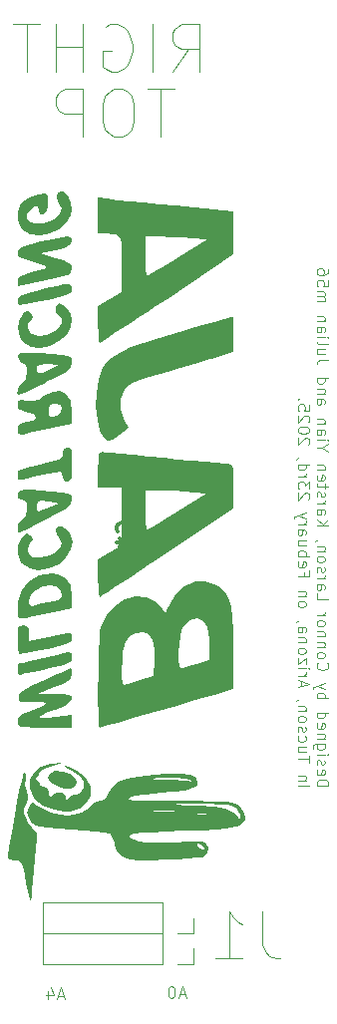
<source format=gbr>
%TF.GenerationSoftware,KiCad,Pcbnew,8.0.6*%
%TF.CreationDate,2025-02-23T20:14:06-07:00*%
%TF.ProjectId,Dash Indicators (Right),44617368-2049-46e6-9469-6361746f7273,rev?*%
%TF.SameCoordinates,Original*%
%TF.FileFunction,Legend,Bot*%
%TF.FilePolarity,Positive*%
%FSLAX46Y46*%
G04 Gerber Fmt 4.6, Leading zero omitted, Abs format (unit mm)*
G04 Created by KiCad (PCBNEW 8.0.6) date 2025-02-23 20:14:06*
%MOMM*%
%LPD*%
G01*
G04 APERTURE LIST*
%ADD10C,0.100000*%
%ADD11C,0.300000*%
%ADD12C,0.120000*%
%ADD13C,0.000000*%
G04 APERTURE END LIST*
D10*
X97596115Y-30905276D02*
X98929449Y-29000514D01*
X99881830Y-30905276D02*
X99881830Y-26905276D01*
X99881830Y-26905276D02*
X98358020Y-26905276D01*
X98358020Y-26905276D02*
X97977068Y-27095752D01*
X97977068Y-27095752D02*
X97786591Y-27286228D01*
X97786591Y-27286228D02*
X97596115Y-27667180D01*
X97596115Y-27667180D02*
X97596115Y-28238609D01*
X97596115Y-28238609D02*
X97786591Y-28619561D01*
X97786591Y-28619561D02*
X97977068Y-28810038D01*
X97977068Y-28810038D02*
X98358020Y-29000514D01*
X98358020Y-29000514D02*
X99881830Y-29000514D01*
X95881830Y-30905276D02*
X95881830Y-26905276D01*
X91881829Y-27095752D02*
X92262782Y-26905276D01*
X92262782Y-26905276D02*
X92834210Y-26905276D01*
X92834210Y-26905276D02*
X93405639Y-27095752D01*
X93405639Y-27095752D02*
X93786591Y-27476704D01*
X93786591Y-27476704D02*
X93977068Y-27857657D01*
X93977068Y-27857657D02*
X94167544Y-28619561D01*
X94167544Y-28619561D02*
X94167544Y-29190990D01*
X94167544Y-29190990D02*
X93977068Y-29952895D01*
X93977068Y-29952895D02*
X93786591Y-30333847D01*
X93786591Y-30333847D02*
X93405639Y-30714800D01*
X93405639Y-30714800D02*
X92834210Y-30905276D01*
X92834210Y-30905276D02*
X92453258Y-30905276D01*
X92453258Y-30905276D02*
X91881829Y-30714800D01*
X91881829Y-30714800D02*
X91691353Y-30524323D01*
X91691353Y-30524323D02*
X91691353Y-29190990D01*
X91691353Y-29190990D02*
X92453258Y-29190990D01*
X89977068Y-30905276D02*
X89977068Y-26905276D01*
X89977068Y-28810038D02*
X87691353Y-28810038D01*
X87691353Y-30905276D02*
X87691353Y-26905276D01*
X86358020Y-26905276D02*
X84072306Y-26905276D01*
X85215163Y-30905276D02*
X85215163Y-26905276D01*
X105238972Y-102205276D02*
X105238972Y-105062419D01*
X105238972Y-105062419D02*
X105429449Y-105633847D01*
X105429449Y-105633847D02*
X105810401Y-106014800D01*
X105810401Y-106014800D02*
X106381830Y-106205276D01*
X106381830Y-106205276D02*
X106762782Y-106205276D01*
X101238972Y-106205276D02*
X103524687Y-106205276D01*
X102381830Y-106205276D02*
X102381830Y-102205276D01*
X102381830Y-102205276D02*
X102762782Y-102776704D01*
X102762782Y-102776704D02*
X103143734Y-103157657D01*
X103143734Y-103157657D02*
X103524687Y-103348133D01*
X98643734Y-109286704D02*
X98167544Y-109286704D01*
X98738972Y-109572419D02*
X98405639Y-108572419D01*
X98405639Y-108572419D02*
X98072306Y-109572419D01*
X97548496Y-108572419D02*
X97453258Y-108572419D01*
X97453258Y-108572419D02*
X97358020Y-108620038D01*
X97358020Y-108620038D02*
X97310401Y-108667657D01*
X97310401Y-108667657D02*
X97262782Y-108762895D01*
X97262782Y-108762895D02*
X97215163Y-108953371D01*
X97215163Y-108953371D02*
X97215163Y-109191466D01*
X97215163Y-109191466D02*
X97262782Y-109381942D01*
X97262782Y-109381942D02*
X97310401Y-109477180D01*
X97310401Y-109477180D02*
X97358020Y-109524800D01*
X97358020Y-109524800D02*
X97453258Y-109572419D01*
X97453258Y-109572419D02*
X97548496Y-109572419D01*
X97548496Y-109572419D02*
X97643734Y-109524800D01*
X97643734Y-109524800D02*
X97691353Y-109477180D01*
X97691353Y-109477180D02*
X97738972Y-109381942D01*
X97738972Y-109381942D02*
X97786591Y-109191466D01*
X97786591Y-109191466D02*
X97786591Y-108953371D01*
X97786591Y-108953371D02*
X97738972Y-108762895D01*
X97738972Y-108762895D02*
X97691353Y-108667657D01*
X97691353Y-108667657D02*
X97643734Y-108620038D01*
X97643734Y-108620038D02*
X97548496Y-108572419D01*
X97753258Y-32405276D02*
X95467544Y-32405276D01*
X96610401Y-36405276D02*
X96610401Y-32405276D01*
X93372306Y-32405276D02*
X92610401Y-32405276D01*
X92610401Y-32405276D02*
X92229449Y-32595752D01*
X92229449Y-32595752D02*
X91848496Y-32976704D01*
X91848496Y-32976704D02*
X91658020Y-33738609D01*
X91658020Y-33738609D02*
X91658020Y-35071942D01*
X91658020Y-35071942D02*
X91848496Y-35833847D01*
X91848496Y-35833847D02*
X92229449Y-36214800D01*
X92229449Y-36214800D02*
X92610401Y-36405276D01*
X92610401Y-36405276D02*
X93372306Y-36405276D01*
X93372306Y-36405276D02*
X93753258Y-36214800D01*
X93753258Y-36214800D02*
X94134211Y-35833847D01*
X94134211Y-35833847D02*
X94324687Y-35071942D01*
X94324687Y-35071942D02*
X94324687Y-33738609D01*
X94324687Y-33738609D02*
X94134211Y-32976704D01*
X94134211Y-32976704D02*
X93753258Y-32595752D01*
X93753258Y-32595752D02*
X93372306Y-32405276D01*
X89943735Y-36405276D02*
X89943735Y-32405276D01*
X89943735Y-32405276D02*
X88419925Y-32405276D01*
X88419925Y-32405276D02*
X88038973Y-32595752D01*
X88038973Y-32595752D02*
X87848496Y-32786228D01*
X87848496Y-32786228D02*
X87658020Y-33167180D01*
X87658020Y-33167180D02*
X87658020Y-33738609D01*
X87658020Y-33738609D02*
X87848496Y-34119561D01*
X87848496Y-34119561D02*
X88038973Y-34310038D01*
X88038973Y-34310038D02*
X88419925Y-34500514D01*
X88419925Y-34500514D02*
X89943735Y-34500514D01*
X88343734Y-109386704D02*
X87867544Y-109386704D01*
X88438972Y-109672419D02*
X88105639Y-108672419D01*
X88105639Y-108672419D02*
X87772306Y-109672419D01*
X87010401Y-109005752D02*
X87010401Y-109672419D01*
X87248496Y-108624800D02*
X87486591Y-109339085D01*
X87486591Y-109339085D02*
X86867544Y-109339085D01*
X109837524Y-91596115D02*
X110837524Y-91596115D01*
X110837524Y-91596115D02*
X110837524Y-91358020D01*
X110837524Y-91358020D02*
X110789905Y-91215163D01*
X110789905Y-91215163D02*
X110694667Y-91119925D01*
X110694667Y-91119925D02*
X110599429Y-91072306D01*
X110599429Y-91072306D02*
X110408953Y-91024687D01*
X110408953Y-91024687D02*
X110266096Y-91024687D01*
X110266096Y-91024687D02*
X110075620Y-91072306D01*
X110075620Y-91072306D02*
X109980382Y-91119925D01*
X109980382Y-91119925D02*
X109885144Y-91215163D01*
X109885144Y-91215163D02*
X109837524Y-91358020D01*
X109837524Y-91358020D02*
X109837524Y-91596115D01*
X109885144Y-90215163D02*
X109837524Y-90310401D01*
X109837524Y-90310401D02*
X109837524Y-90500877D01*
X109837524Y-90500877D02*
X109885144Y-90596115D01*
X109885144Y-90596115D02*
X109980382Y-90643734D01*
X109980382Y-90643734D02*
X110361334Y-90643734D01*
X110361334Y-90643734D02*
X110456572Y-90596115D01*
X110456572Y-90596115D02*
X110504191Y-90500877D01*
X110504191Y-90500877D02*
X110504191Y-90310401D01*
X110504191Y-90310401D02*
X110456572Y-90215163D01*
X110456572Y-90215163D02*
X110361334Y-90167544D01*
X110361334Y-90167544D02*
X110266096Y-90167544D01*
X110266096Y-90167544D02*
X110170858Y-90643734D01*
X109885144Y-89786591D02*
X109837524Y-89691353D01*
X109837524Y-89691353D02*
X109837524Y-89500877D01*
X109837524Y-89500877D02*
X109885144Y-89405639D01*
X109885144Y-89405639D02*
X109980382Y-89358020D01*
X109980382Y-89358020D02*
X110028001Y-89358020D01*
X110028001Y-89358020D02*
X110123239Y-89405639D01*
X110123239Y-89405639D02*
X110170858Y-89500877D01*
X110170858Y-89500877D02*
X110170858Y-89643734D01*
X110170858Y-89643734D02*
X110218477Y-89738972D01*
X110218477Y-89738972D02*
X110313715Y-89786591D01*
X110313715Y-89786591D02*
X110361334Y-89786591D01*
X110361334Y-89786591D02*
X110456572Y-89738972D01*
X110456572Y-89738972D02*
X110504191Y-89643734D01*
X110504191Y-89643734D02*
X110504191Y-89500877D01*
X110504191Y-89500877D02*
X110456572Y-89405639D01*
X109837524Y-88929448D02*
X110504191Y-88929448D01*
X110837524Y-88929448D02*
X110789905Y-88977067D01*
X110789905Y-88977067D02*
X110742286Y-88929448D01*
X110742286Y-88929448D02*
X110789905Y-88881829D01*
X110789905Y-88881829D02*
X110837524Y-88929448D01*
X110837524Y-88929448D02*
X110742286Y-88929448D01*
X110504191Y-88024687D02*
X109694667Y-88024687D01*
X109694667Y-88024687D02*
X109599429Y-88072306D01*
X109599429Y-88072306D02*
X109551810Y-88119925D01*
X109551810Y-88119925D02*
X109504191Y-88215163D01*
X109504191Y-88215163D02*
X109504191Y-88358020D01*
X109504191Y-88358020D02*
X109551810Y-88453258D01*
X109885144Y-88024687D02*
X109837524Y-88119925D01*
X109837524Y-88119925D02*
X109837524Y-88310401D01*
X109837524Y-88310401D02*
X109885144Y-88405639D01*
X109885144Y-88405639D02*
X109932763Y-88453258D01*
X109932763Y-88453258D02*
X110028001Y-88500877D01*
X110028001Y-88500877D02*
X110313715Y-88500877D01*
X110313715Y-88500877D02*
X110408953Y-88453258D01*
X110408953Y-88453258D02*
X110456572Y-88405639D01*
X110456572Y-88405639D02*
X110504191Y-88310401D01*
X110504191Y-88310401D02*
X110504191Y-88119925D01*
X110504191Y-88119925D02*
X110456572Y-88024687D01*
X110504191Y-87548496D02*
X109837524Y-87548496D01*
X110408953Y-87548496D02*
X110456572Y-87500877D01*
X110456572Y-87500877D02*
X110504191Y-87405639D01*
X110504191Y-87405639D02*
X110504191Y-87262782D01*
X110504191Y-87262782D02*
X110456572Y-87167544D01*
X110456572Y-87167544D02*
X110361334Y-87119925D01*
X110361334Y-87119925D02*
X109837524Y-87119925D01*
X109885144Y-86262782D02*
X109837524Y-86358020D01*
X109837524Y-86358020D02*
X109837524Y-86548496D01*
X109837524Y-86548496D02*
X109885144Y-86643734D01*
X109885144Y-86643734D02*
X109980382Y-86691353D01*
X109980382Y-86691353D02*
X110361334Y-86691353D01*
X110361334Y-86691353D02*
X110456572Y-86643734D01*
X110456572Y-86643734D02*
X110504191Y-86548496D01*
X110504191Y-86548496D02*
X110504191Y-86358020D01*
X110504191Y-86358020D02*
X110456572Y-86262782D01*
X110456572Y-86262782D02*
X110361334Y-86215163D01*
X110361334Y-86215163D02*
X110266096Y-86215163D01*
X110266096Y-86215163D02*
X110170858Y-86691353D01*
X109837524Y-85358020D02*
X110837524Y-85358020D01*
X109885144Y-85358020D02*
X109837524Y-85453258D01*
X109837524Y-85453258D02*
X109837524Y-85643734D01*
X109837524Y-85643734D02*
X109885144Y-85738972D01*
X109885144Y-85738972D02*
X109932763Y-85786591D01*
X109932763Y-85786591D02*
X110028001Y-85834210D01*
X110028001Y-85834210D02*
X110313715Y-85834210D01*
X110313715Y-85834210D02*
X110408953Y-85786591D01*
X110408953Y-85786591D02*
X110456572Y-85738972D01*
X110456572Y-85738972D02*
X110504191Y-85643734D01*
X110504191Y-85643734D02*
X110504191Y-85453258D01*
X110504191Y-85453258D02*
X110456572Y-85358020D01*
X109837524Y-84119924D02*
X110837524Y-84119924D01*
X110456572Y-84119924D02*
X110504191Y-84024686D01*
X110504191Y-84024686D02*
X110504191Y-83834210D01*
X110504191Y-83834210D02*
X110456572Y-83738972D01*
X110456572Y-83738972D02*
X110408953Y-83691353D01*
X110408953Y-83691353D02*
X110313715Y-83643734D01*
X110313715Y-83643734D02*
X110028001Y-83643734D01*
X110028001Y-83643734D02*
X109932763Y-83691353D01*
X109932763Y-83691353D02*
X109885144Y-83738972D01*
X109885144Y-83738972D02*
X109837524Y-83834210D01*
X109837524Y-83834210D02*
X109837524Y-84024686D01*
X109837524Y-84024686D02*
X109885144Y-84119924D01*
X110504191Y-83310400D02*
X109837524Y-83072305D01*
X110504191Y-82834210D02*
X109837524Y-83072305D01*
X109837524Y-83072305D02*
X109599429Y-83167543D01*
X109599429Y-83167543D02*
X109551810Y-83215162D01*
X109551810Y-83215162D02*
X109504191Y-83310400D01*
X109932763Y-81119924D02*
X109885144Y-81167543D01*
X109885144Y-81167543D02*
X109837524Y-81310400D01*
X109837524Y-81310400D02*
X109837524Y-81405638D01*
X109837524Y-81405638D02*
X109885144Y-81548495D01*
X109885144Y-81548495D02*
X109980382Y-81643733D01*
X109980382Y-81643733D02*
X110075620Y-81691352D01*
X110075620Y-81691352D02*
X110266096Y-81738971D01*
X110266096Y-81738971D02*
X110408953Y-81738971D01*
X110408953Y-81738971D02*
X110599429Y-81691352D01*
X110599429Y-81691352D02*
X110694667Y-81643733D01*
X110694667Y-81643733D02*
X110789905Y-81548495D01*
X110789905Y-81548495D02*
X110837524Y-81405638D01*
X110837524Y-81405638D02*
X110837524Y-81310400D01*
X110837524Y-81310400D02*
X110789905Y-81167543D01*
X110789905Y-81167543D02*
X110742286Y-81119924D01*
X109837524Y-80548495D02*
X109885144Y-80643733D01*
X109885144Y-80643733D02*
X109932763Y-80691352D01*
X109932763Y-80691352D02*
X110028001Y-80738971D01*
X110028001Y-80738971D02*
X110313715Y-80738971D01*
X110313715Y-80738971D02*
X110408953Y-80691352D01*
X110408953Y-80691352D02*
X110456572Y-80643733D01*
X110456572Y-80643733D02*
X110504191Y-80548495D01*
X110504191Y-80548495D02*
X110504191Y-80405638D01*
X110504191Y-80405638D02*
X110456572Y-80310400D01*
X110456572Y-80310400D02*
X110408953Y-80262781D01*
X110408953Y-80262781D02*
X110313715Y-80215162D01*
X110313715Y-80215162D02*
X110028001Y-80215162D01*
X110028001Y-80215162D02*
X109932763Y-80262781D01*
X109932763Y-80262781D02*
X109885144Y-80310400D01*
X109885144Y-80310400D02*
X109837524Y-80405638D01*
X109837524Y-80405638D02*
X109837524Y-80548495D01*
X110504191Y-79786590D02*
X109837524Y-79786590D01*
X110408953Y-79786590D02*
X110456572Y-79738971D01*
X110456572Y-79738971D02*
X110504191Y-79643733D01*
X110504191Y-79643733D02*
X110504191Y-79500876D01*
X110504191Y-79500876D02*
X110456572Y-79405638D01*
X110456572Y-79405638D02*
X110361334Y-79358019D01*
X110361334Y-79358019D02*
X109837524Y-79358019D01*
X110504191Y-78881828D02*
X109837524Y-78881828D01*
X110408953Y-78881828D02*
X110456572Y-78834209D01*
X110456572Y-78834209D02*
X110504191Y-78738971D01*
X110504191Y-78738971D02*
X110504191Y-78596114D01*
X110504191Y-78596114D02*
X110456572Y-78500876D01*
X110456572Y-78500876D02*
X110361334Y-78453257D01*
X110361334Y-78453257D02*
X109837524Y-78453257D01*
X109837524Y-77834209D02*
X109885144Y-77929447D01*
X109885144Y-77929447D02*
X109932763Y-77977066D01*
X109932763Y-77977066D02*
X110028001Y-78024685D01*
X110028001Y-78024685D02*
X110313715Y-78024685D01*
X110313715Y-78024685D02*
X110408953Y-77977066D01*
X110408953Y-77977066D02*
X110456572Y-77929447D01*
X110456572Y-77929447D02*
X110504191Y-77834209D01*
X110504191Y-77834209D02*
X110504191Y-77691352D01*
X110504191Y-77691352D02*
X110456572Y-77596114D01*
X110456572Y-77596114D02*
X110408953Y-77548495D01*
X110408953Y-77548495D02*
X110313715Y-77500876D01*
X110313715Y-77500876D02*
X110028001Y-77500876D01*
X110028001Y-77500876D02*
X109932763Y-77548495D01*
X109932763Y-77548495D02*
X109885144Y-77596114D01*
X109885144Y-77596114D02*
X109837524Y-77691352D01*
X109837524Y-77691352D02*
X109837524Y-77834209D01*
X109837524Y-77072304D02*
X110504191Y-77072304D01*
X110313715Y-77072304D02*
X110408953Y-77024685D01*
X110408953Y-77024685D02*
X110456572Y-76977066D01*
X110456572Y-76977066D02*
X110504191Y-76881828D01*
X110504191Y-76881828D02*
X110504191Y-76786590D01*
X109837524Y-75215161D02*
X109837524Y-75691351D01*
X109837524Y-75691351D02*
X110837524Y-75691351D01*
X109837524Y-74453256D02*
X110361334Y-74453256D01*
X110361334Y-74453256D02*
X110456572Y-74500875D01*
X110456572Y-74500875D02*
X110504191Y-74596113D01*
X110504191Y-74596113D02*
X110504191Y-74786589D01*
X110504191Y-74786589D02*
X110456572Y-74881827D01*
X109885144Y-74453256D02*
X109837524Y-74548494D01*
X109837524Y-74548494D02*
X109837524Y-74786589D01*
X109837524Y-74786589D02*
X109885144Y-74881827D01*
X109885144Y-74881827D02*
X109980382Y-74929446D01*
X109980382Y-74929446D02*
X110075620Y-74929446D01*
X110075620Y-74929446D02*
X110170858Y-74881827D01*
X110170858Y-74881827D02*
X110218477Y-74786589D01*
X110218477Y-74786589D02*
X110218477Y-74548494D01*
X110218477Y-74548494D02*
X110266096Y-74453256D01*
X109837524Y-73977065D02*
X110504191Y-73977065D01*
X110313715Y-73977065D02*
X110408953Y-73929446D01*
X110408953Y-73929446D02*
X110456572Y-73881827D01*
X110456572Y-73881827D02*
X110504191Y-73786589D01*
X110504191Y-73786589D02*
X110504191Y-73691351D01*
X109885144Y-73405636D02*
X109837524Y-73310398D01*
X109837524Y-73310398D02*
X109837524Y-73119922D01*
X109837524Y-73119922D02*
X109885144Y-73024684D01*
X109885144Y-73024684D02*
X109980382Y-72977065D01*
X109980382Y-72977065D02*
X110028001Y-72977065D01*
X110028001Y-72977065D02*
X110123239Y-73024684D01*
X110123239Y-73024684D02*
X110170858Y-73119922D01*
X110170858Y-73119922D02*
X110170858Y-73262779D01*
X110170858Y-73262779D02*
X110218477Y-73358017D01*
X110218477Y-73358017D02*
X110313715Y-73405636D01*
X110313715Y-73405636D02*
X110361334Y-73405636D01*
X110361334Y-73405636D02*
X110456572Y-73358017D01*
X110456572Y-73358017D02*
X110504191Y-73262779D01*
X110504191Y-73262779D02*
X110504191Y-73119922D01*
X110504191Y-73119922D02*
X110456572Y-73024684D01*
X109837524Y-72405636D02*
X109885144Y-72500874D01*
X109885144Y-72500874D02*
X109932763Y-72548493D01*
X109932763Y-72548493D02*
X110028001Y-72596112D01*
X110028001Y-72596112D02*
X110313715Y-72596112D01*
X110313715Y-72596112D02*
X110408953Y-72548493D01*
X110408953Y-72548493D02*
X110456572Y-72500874D01*
X110456572Y-72500874D02*
X110504191Y-72405636D01*
X110504191Y-72405636D02*
X110504191Y-72262779D01*
X110504191Y-72262779D02*
X110456572Y-72167541D01*
X110456572Y-72167541D02*
X110408953Y-72119922D01*
X110408953Y-72119922D02*
X110313715Y-72072303D01*
X110313715Y-72072303D02*
X110028001Y-72072303D01*
X110028001Y-72072303D02*
X109932763Y-72119922D01*
X109932763Y-72119922D02*
X109885144Y-72167541D01*
X109885144Y-72167541D02*
X109837524Y-72262779D01*
X109837524Y-72262779D02*
X109837524Y-72405636D01*
X110504191Y-71643731D02*
X109837524Y-71643731D01*
X110408953Y-71643731D02*
X110456572Y-71596112D01*
X110456572Y-71596112D02*
X110504191Y-71500874D01*
X110504191Y-71500874D02*
X110504191Y-71358017D01*
X110504191Y-71358017D02*
X110456572Y-71262779D01*
X110456572Y-71262779D02*
X110361334Y-71215160D01*
X110361334Y-71215160D02*
X109837524Y-71215160D01*
X109885144Y-70691350D02*
X109837524Y-70691350D01*
X109837524Y-70691350D02*
X109742286Y-70738969D01*
X109742286Y-70738969D02*
X109694667Y-70786588D01*
X109837524Y-69500874D02*
X110837524Y-69500874D01*
X109837524Y-68929446D02*
X110408953Y-69358017D01*
X110837524Y-68929446D02*
X110266096Y-69500874D01*
X109837524Y-68072303D02*
X110361334Y-68072303D01*
X110361334Y-68072303D02*
X110456572Y-68119922D01*
X110456572Y-68119922D02*
X110504191Y-68215160D01*
X110504191Y-68215160D02*
X110504191Y-68405636D01*
X110504191Y-68405636D02*
X110456572Y-68500874D01*
X109885144Y-68072303D02*
X109837524Y-68167541D01*
X109837524Y-68167541D02*
X109837524Y-68405636D01*
X109837524Y-68405636D02*
X109885144Y-68500874D01*
X109885144Y-68500874D02*
X109980382Y-68548493D01*
X109980382Y-68548493D02*
X110075620Y-68548493D01*
X110075620Y-68548493D02*
X110170858Y-68500874D01*
X110170858Y-68500874D02*
X110218477Y-68405636D01*
X110218477Y-68405636D02*
X110218477Y-68167541D01*
X110218477Y-68167541D02*
X110266096Y-68072303D01*
X109837524Y-67596112D02*
X110504191Y-67596112D01*
X110313715Y-67596112D02*
X110408953Y-67548493D01*
X110408953Y-67548493D02*
X110456572Y-67500874D01*
X110456572Y-67500874D02*
X110504191Y-67405636D01*
X110504191Y-67405636D02*
X110504191Y-67310398D01*
X109885144Y-67024683D02*
X109837524Y-66929445D01*
X109837524Y-66929445D02*
X109837524Y-66738969D01*
X109837524Y-66738969D02*
X109885144Y-66643731D01*
X109885144Y-66643731D02*
X109980382Y-66596112D01*
X109980382Y-66596112D02*
X110028001Y-66596112D01*
X110028001Y-66596112D02*
X110123239Y-66643731D01*
X110123239Y-66643731D02*
X110170858Y-66738969D01*
X110170858Y-66738969D02*
X110170858Y-66881826D01*
X110170858Y-66881826D02*
X110218477Y-66977064D01*
X110218477Y-66977064D02*
X110313715Y-67024683D01*
X110313715Y-67024683D02*
X110361334Y-67024683D01*
X110361334Y-67024683D02*
X110456572Y-66977064D01*
X110456572Y-66977064D02*
X110504191Y-66881826D01*
X110504191Y-66881826D02*
X110504191Y-66738969D01*
X110504191Y-66738969D02*
X110456572Y-66643731D01*
X110504191Y-66310397D02*
X110504191Y-65929445D01*
X110837524Y-66167540D02*
X109980382Y-66167540D01*
X109980382Y-66167540D02*
X109885144Y-66119921D01*
X109885144Y-66119921D02*
X109837524Y-66024683D01*
X109837524Y-66024683D02*
X109837524Y-65929445D01*
X109885144Y-65215159D02*
X109837524Y-65310397D01*
X109837524Y-65310397D02*
X109837524Y-65500873D01*
X109837524Y-65500873D02*
X109885144Y-65596111D01*
X109885144Y-65596111D02*
X109980382Y-65643730D01*
X109980382Y-65643730D02*
X110361334Y-65643730D01*
X110361334Y-65643730D02*
X110456572Y-65596111D01*
X110456572Y-65596111D02*
X110504191Y-65500873D01*
X110504191Y-65500873D02*
X110504191Y-65310397D01*
X110504191Y-65310397D02*
X110456572Y-65215159D01*
X110456572Y-65215159D02*
X110361334Y-65167540D01*
X110361334Y-65167540D02*
X110266096Y-65167540D01*
X110266096Y-65167540D02*
X110170858Y-65643730D01*
X110504191Y-64738968D02*
X109837524Y-64738968D01*
X110408953Y-64738968D02*
X110456572Y-64691349D01*
X110456572Y-64691349D02*
X110504191Y-64596111D01*
X110504191Y-64596111D02*
X110504191Y-64453254D01*
X110504191Y-64453254D02*
X110456572Y-64358016D01*
X110456572Y-64358016D02*
X110361334Y-64310397D01*
X110361334Y-64310397D02*
X109837524Y-64310397D01*
X110313715Y-62881825D02*
X109837524Y-62881825D01*
X110837524Y-63215158D02*
X110313715Y-62881825D01*
X110313715Y-62881825D02*
X110837524Y-62548492D01*
X109837524Y-62215158D02*
X110504191Y-62215158D01*
X110837524Y-62215158D02*
X110789905Y-62262777D01*
X110789905Y-62262777D02*
X110742286Y-62215158D01*
X110742286Y-62215158D02*
X110789905Y-62167539D01*
X110789905Y-62167539D02*
X110837524Y-62215158D01*
X110837524Y-62215158D02*
X110742286Y-62215158D01*
X109837524Y-61310397D02*
X110361334Y-61310397D01*
X110361334Y-61310397D02*
X110456572Y-61358016D01*
X110456572Y-61358016D02*
X110504191Y-61453254D01*
X110504191Y-61453254D02*
X110504191Y-61643730D01*
X110504191Y-61643730D02*
X110456572Y-61738968D01*
X109885144Y-61310397D02*
X109837524Y-61405635D01*
X109837524Y-61405635D02*
X109837524Y-61643730D01*
X109837524Y-61643730D02*
X109885144Y-61738968D01*
X109885144Y-61738968D02*
X109980382Y-61786587D01*
X109980382Y-61786587D02*
X110075620Y-61786587D01*
X110075620Y-61786587D02*
X110170858Y-61738968D01*
X110170858Y-61738968D02*
X110218477Y-61643730D01*
X110218477Y-61643730D02*
X110218477Y-61405635D01*
X110218477Y-61405635D02*
X110266096Y-61310397D01*
X110504191Y-60834206D02*
X109837524Y-60834206D01*
X110408953Y-60834206D02*
X110456572Y-60786587D01*
X110456572Y-60786587D02*
X110504191Y-60691349D01*
X110504191Y-60691349D02*
X110504191Y-60548492D01*
X110504191Y-60548492D02*
X110456572Y-60453254D01*
X110456572Y-60453254D02*
X110361334Y-60405635D01*
X110361334Y-60405635D02*
X109837524Y-60405635D01*
X109837524Y-58738968D02*
X110361334Y-58738968D01*
X110361334Y-58738968D02*
X110456572Y-58786587D01*
X110456572Y-58786587D02*
X110504191Y-58881825D01*
X110504191Y-58881825D02*
X110504191Y-59072301D01*
X110504191Y-59072301D02*
X110456572Y-59167539D01*
X109885144Y-58738968D02*
X109837524Y-58834206D01*
X109837524Y-58834206D02*
X109837524Y-59072301D01*
X109837524Y-59072301D02*
X109885144Y-59167539D01*
X109885144Y-59167539D02*
X109980382Y-59215158D01*
X109980382Y-59215158D02*
X110075620Y-59215158D01*
X110075620Y-59215158D02*
X110170858Y-59167539D01*
X110170858Y-59167539D02*
X110218477Y-59072301D01*
X110218477Y-59072301D02*
X110218477Y-58834206D01*
X110218477Y-58834206D02*
X110266096Y-58738968D01*
X110504191Y-58262777D02*
X109837524Y-58262777D01*
X110408953Y-58262777D02*
X110456572Y-58215158D01*
X110456572Y-58215158D02*
X110504191Y-58119920D01*
X110504191Y-58119920D02*
X110504191Y-57977063D01*
X110504191Y-57977063D02*
X110456572Y-57881825D01*
X110456572Y-57881825D02*
X110361334Y-57834206D01*
X110361334Y-57834206D02*
X109837524Y-57834206D01*
X109837524Y-56929444D02*
X110837524Y-56929444D01*
X109885144Y-56929444D02*
X109837524Y-57024682D01*
X109837524Y-57024682D02*
X109837524Y-57215158D01*
X109837524Y-57215158D02*
X109885144Y-57310396D01*
X109885144Y-57310396D02*
X109932763Y-57358015D01*
X109932763Y-57358015D02*
X110028001Y-57405634D01*
X110028001Y-57405634D02*
X110313715Y-57405634D01*
X110313715Y-57405634D02*
X110408953Y-57358015D01*
X110408953Y-57358015D02*
X110456572Y-57310396D01*
X110456572Y-57310396D02*
X110504191Y-57215158D01*
X110504191Y-57215158D02*
X110504191Y-57024682D01*
X110504191Y-57024682D02*
X110456572Y-56929444D01*
X110837524Y-55405634D02*
X110123239Y-55405634D01*
X110123239Y-55405634D02*
X109980382Y-55453253D01*
X109980382Y-55453253D02*
X109885144Y-55548491D01*
X109885144Y-55548491D02*
X109837524Y-55691348D01*
X109837524Y-55691348D02*
X109837524Y-55786586D01*
X110504191Y-54500872D02*
X109837524Y-54500872D01*
X110504191Y-54929443D02*
X109980382Y-54929443D01*
X109980382Y-54929443D02*
X109885144Y-54881824D01*
X109885144Y-54881824D02*
X109837524Y-54786586D01*
X109837524Y-54786586D02*
X109837524Y-54643729D01*
X109837524Y-54643729D02*
X109885144Y-54548491D01*
X109885144Y-54548491D02*
X109932763Y-54500872D01*
X109837524Y-53881824D02*
X109885144Y-53977062D01*
X109885144Y-53977062D02*
X109980382Y-54024681D01*
X109980382Y-54024681D02*
X110837524Y-54024681D01*
X109837524Y-53500871D02*
X110504191Y-53500871D01*
X110837524Y-53500871D02*
X110789905Y-53548490D01*
X110789905Y-53548490D02*
X110742286Y-53500871D01*
X110742286Y-53500871D02*
X110789905Y-53453252D01*
X110789905Y-53453252D02*
X110837524Y-53500871D01*
X110837524Y-53500871D02*
X110742286Y-53500871D01*
X109837524Y-52596110D02*
X110361334Y-52596110D01*
X110361334Y-52596110D02*
X110456572Y-52643729D01*
X110456572Y-52643729D02*
X110504191Y-52738967D01*
X110504191Y-52738967D02*
X110504191Y-52929443D01*
X110504191Y-52929443D02*
X110456572Y-53024681D01*
X109885144Y-52596110D02*
X109837524Y-52691348D01*
X109837524Y-52691348D02*
X109837524Y-52929443D01*
X109837524Y-52929443D02*
X109885144Y-53024681D01*
X109885144Y-53024681D02*
X109980382Y-53072300D01*
X109980382Y-53072300D02*
X110075620Y-53072300D01*
X110075620Y-53072300D02*
X110170858Y-53024681D01*
X110170858Y-53024681D02*
X110218477Y-52929443D01*
X110218477Y-52929443D02*
X110218477Y-52691348D01*
X110218477Y-52691348D02*
X110266096Y-52596110D01*
X110504191Y-52119919D02*
X109837524Y-52119919D01*
X110408953Y-52119919D02*
X110456572Y-52072300D01*
X110456572Y-52072300D02*
X110504191Y-51977062D01*
X110504191Y-51977062D02*
X110504191Y-51834205D01*
X110504191Y-51834205D02*
X110456572Y-51738967D01*
X110456572Y-51738967D02*
X110361334Y-51691348D01*
X110361334Y-51691348D02*
X109837524Y-51691348D01*
X109837524Y-50453252D02*
X110504191Y-50453252D01*
X110408953Y-50453252D02*
X110456572Y-50405633D01*
X110456572Y-50405633D02*
X110504191Y-50310395D01*
X110504191Y-50310395D02*
X110504191Y-50167538D01*
X110504191Y-50167538D02*
X110456572Y-50072300D01*
X110456572Y-50072300D02*
X110361334Y-50024681D01*
X110361334Y-50024681D02*
X109837524Y-50024681D01*
X110361334Y-50024681D02*
X110456572Y-49977062D01*
X110456572Y-49977062D02*
X110504191Y-49881824D01*
X110504191Y-49881824D02*
X110504191Y-49738967D01*
X110504191Y-49738967D02*
X110456572Y-49643728D01*
X110456572Y-49643728D02*
X110361334Y-49596109D01*
X110361334Y-49596109D02*
X109837524Y-49596109D01*
X110837524Y-48643729D02*
X110837524Y-49119919D01*
X110837524Y-49119919D02*
X110361334Y-49167538D01*
X110361334Y-49167538D02*
X110408953Y-49119919D01*
X110408953Y-49119919D02*
X110456572Y-49024681D01*
X110456572Y-49024681D02*
X110456572Y-48786586D01*
X110456572Y-48786586D02*
X110408953Y-48691348D01*
X110408953Y-48691348D02*
X110361334Y-48643729D01*
X110361334Y-48643729D02*
X110266096Y-48596110D01*
X110266096Y-48596110D02*
X110028001Y-48596110D01*
X110028001Y-48596110D02*
X109932763Y-48643729D01*
X109932763Y-48643729D02*
X109885144Y-48691348D01*
X109885144Y-48691348D02*
X109837524Y-48786586D01*
X109837524Y-48786586D02*
X109837524Y-49024681D01*
X109837524Y-49024681D02*
X109885144Y-49119919D01*
X109885144Y-49119919D02*
X109932763Y-49167538D01*
X110837524Y-47738967D02*
X110837524Y-47929443D01*
X110837524Y-47929443D02*
X110789905Y-48024681D01*
X110789905Y-48024681D02*
X110742286Y-48072300D01*
X110742286Y-48072300D02*
X110599429Y-48167538D01*
X110599429Y-48167538D02*
X110408953Y-48215157D01*
X110408953Y-48215157D02*
X110028001Y-48215157D01*
X110028001Y-48215157D02*
X109932763Y-48167538D01*
X109932763Y-48167538D02*
X109885144Y-48119919D01*
X109885144Y-48119919D02*
X109837524Y-48024681D01*
X109837524Y-48024681D02*
X109837524Y-47834205D01*
X109837524Y-47834205D02*
X109885144Y-47738967D01*
X109885144Y-47738967D02*
X109932763Y-47691348D01*
X109932763Y-47691348D02*
X110028001Y-47643729D01*
X110028001Y-47643729D02*
X110266096Y-47643729D01*
X110266096Y-47643729D02*
X110361334Y-47691348D01*
X110361334Y-47691348D02*
X110408953Y-47738967D01*
X110408953Y-47738967D02*
X110456572Y-47834205D01*
X110456572Y-47834205D02*
X110456572Y-48024681D01*
X110456572Y-48024681D02*
X110408953Y-48119919D01*
X110408953Y-48119919D02*
X110361334Y-48167538D01*
X110361334Y-48167538D02*
X110266096Y-48215157D01*
X108227580Y-91596115D02*
X109227580Y-91596115D01*
X108894247Y-91119925D02*
X108227580Y-91119925D01*
X108799009Y-91119925D02*
X108846628Y-91072306D01*
X108846628Y-91072306D02*
X108894247Y-90977068D01*
X108894247Y-90977068D02*
X108894247Y-90834211D01*
X108894247Y-90834211D02*
X108846628Y-90738973D01*
X108846628Y-90738973D02*
X108751390Y-90691354D01*
X108751390Y-90691354D02*
X108227580Y-90691354D01*
X109227580Y-89596115D02*
X109227580Y-89024687D01*
X108227580Y-89310401D02*
X109227580Y-89310401D01*
X108894247Y-88262782D02*
X108227580Y-88262782D01*
X108894247Y-88691353D02*
X108370438Y-88691353D01*
X108370438Y-88691353D02*
X108275200Y-88643734D01*
X108275200Y-88643734D02*
X108227580Y-88548496D01*
X108227580Y-88548496D02*
X108227580Y-88405639D01*
X108227580Y-88405639D02*
X108275200Y-88310401D01*
X108275200Y-88310401D02*
X108322819Y-88262782D01*
X108275200Y-87358020D02*
X108227580Y-87453258D01*
X108227580Y-87453258D02*
X108227580Y-87643734D01*
X108227580Y-87643734D02*
X108275200Y-87738972D01*
X108275200Y-87738972D02*
X108322819Y-87786591D01*
X108322819Y-87786591D02*
X108418057Y-87834210D01*
X108418057Y-87834210D02*
X108703771Y-87834210D01*
X108703771Y-87834210D02*
X108799009Y-87786591D01*
X108799009Y-87786591D02*
X108846628Y-87738972D01*
X108846628Y-87738972D02*
X108894247Y-87643734D01*
X108894247Y-87643734D02*
X108894247Y-87453258D01*
X108894247Y-87453258D02*
X108846628Y-87358020D01*
X108275200Y-86977067D02*
X108227580Y-86881829D01*
X108227580Y-86881829D02*
X108227580Y-86691353D01*
X108227580Y-86691353D02*
X108275200Y-86596115D01*
X108275200Y-86596115D02*
X108370438Y-86548496D01*
X108370438Y-86548496D02*
X108418057Y-86548496D01*
X108418057Y-86548496D02*
X108513295Y-86596115D01*
X108513295Y-86596115D02*
X108560914Y-86691353D01*
X108560914Y-86691353D02*
X108560914Y-86834210D01*
X108560914Y-86834210D02*
X108608533Y-86929448D01*
X108608533Y-86929448D02*
X108703771Y-86977067D01*
X108703771Y-86977067D02*
X108751390Y-86977067D01*
X108751390Y-86977067D02*
X108846628Y-86929448D01*
X108846628Y-86929448D02*
X108894247Y-86834210D01*
X108894247Y-86834210D02*
X108894247Y-86691353D01*
X108894247Y-86691353D02*
X108846628Y-86596115D01*
X108227580Y-85977067D02*
X108275200Y-86072305D01*
X108275200Y-86072305D02*
X108322819Y-86119924D01*
X108322819Y-86119924D02*
X108418057Y-86167543D01*
X108418057Y-86167543D02*
X108703771Y-86167543D01*
X108703771Y-86167543D02*
X108799009Y-86119924D01*
X108799009Y-86119924D02*
X108846628Y-86072305D01*
X108846628Y-86072305D02*
X108894247Y-85977067D01*
X108894247Y-85977067D02*
X108894247Y-85834210D01*
X108894247Y-85834210D02*
X108846628Y-85738972D01*
X108846628Y-85738972D02*
X108799009Y-85691353D01*
X108799009Y-85691353D02*
X108703771Y-85643734D01*
X108703771Y-85643734D02*
X108418057Y-85643734D01*
X108418057Y-85643734D02*
X108322819Y-85691353D01*
X108322819Y-85691353D02*
X108275200Y-85738972D01*
X108275200Y-85738972D02*
X108227580Y-85834210D01*
X108227580Y-85834210D02*
X108227580Y-85977067D01*
X108894247Y-85215162D02*
X108227580Y-85215162D01*
X108799009Y-85215162D02*
X108846628Y-85167543D01*
X108846628Y-85167543D02*
X108894247Y-85072305D01*
X108894247Y-85072305D02*
X108894247Y-84929448D01*
X108894247Y-84929448D02*
X108846628Y-84834210D01*
X108846628Y-84834210D02*
X108751390Y-84786591D01*
X108751390Y-84786591D02*
X108227580Y-84786591D01*
X108275200Y-84262781D02*
X108227580Y-84262781D01*
X108227580Y-84262781D02*
X108132342Y-84310400D01*
X108132342Y-84310400D02*
X108084723Y-84358019D01*
X108513295Y-83119924D02*
X108513295Y-82643734D01*
X108227580Y-83215162D02*
X109227580Y-82881829D01*
X109227580Y-82881829D02*
X108227580Y-82548496D01*
X108227580Y-82215162D02*
X108894247Y-82215162D01*
X108703771Y-82215162D02*
X108799009Y-82167543D01*
X108799009Y-82167543D02*
X108846628Y-82119924D01*
X108846628Y-82119924D02*
X108894247Y-82024686D01*
X108894247Y-82024686D02*
X108894247Y-81929448D01*
X108227580Y-81596114D02*
X108894247Y-81596114D01*
X109227580Y-81596114D02*
X109179961Y-81643733D01*
X109179961Y-81643733D02*
X109132342Y-81596114D01*
X109132342Y-81596114D02*
X109179961Y-81548495D01*
X109179961Y-81548495D02*
X109227580Y-81596114D01*
X109227580Y-81596114D02*
X109132342Y-81596114D01*
X108894247Y-81215162D02*
X108894247Y-80691353D01*
X108894247Y-80691353D02*
X108227580Y-81215162D01*
X108227580Y-81215162D02*
X108227580Y-80691353D01*
X108227580Y-80167543D02*
X108275200Y-80262781D01*
X108275200Y-80262781D02*
X108322819Y-80310400D01*
X108322819Y-80310400D02*
X108418057Y-80358019D01*
X108418057Y-80358019D02*
X108703771Y-80358019D01*
X108703771Y-80358019D02*
X108799009Y-80310400D01*
X108799009Y-80310400D02*
X108846628Y-80262781D01*
X108846628Y-80262781D02*
X108894247Y-80167543D01*
X108894247Y-80167543D02*
X108894247Y-80024686D01*
X108894247Y-80024686D02*
X108846628Y-79929448D01*
X108846628Y-79929448D02*
X108799009Y-79881829D01*
X108799009Y-79881829D02*
X108703771Y-79834210D01*
X108703771Y-79834210D02*
X108418057Y-79834210D01*
X108418057Y-79834210D02*
X108322819Y-79881829D01*
X108322819Y-79881829D02*
X108275200Y-79929448D01*
X108275200Y-79929448D02*
X108227580Y-80024686D01*
X108227580Y-80024686D02*
X108227580Y-80167543D01*
X108894247Y-79405638D02*
X108227580Y-79405638D01*
X108799009Y-79405638D02*
X108846628Y-79358019D01*
X108846628Y-79358019D02*
X108894247Y-79262781D01*
X108894247Y-79262781D02*
X108894247Y-79119924D01*
X108894247Y-79119924D02*
X108846628Y-79024686D01*
X108846628Y-79024686D02*
X108751390Y-78977067D01*
X108751390Y-78977067D02*
X108227580Y-78977067D01*
X108227580Y-78072305D02*
X108751390Y-78072305D01*
X108751390Y-78072305D02*
X108846628Y-78119924D01*
X108846628Y-78119924D02*
X108894247Y-78215162D01*
X108894247Y-78215162D02*
X108894247Y-78405638D01*
X108894247Y-78405638D02*
X108846628Y-78500876D01*
X108275200Y-78072305D02*
X108227580Y-78167543D01*
X108227580Y-78167543D02*
X108227580Y-78405638D01*
X108227580Y-78405638D02*
X108275200Y-78500876D01*
X108275200Y-78500876D02*
X108370438Y-78548495D01*
X108370438Y-78548495D02*
X108465676Y-78548495D01*
X108465676Y-78548495D02*
X108560914Y-78500876D01*
X108560914Y-78500876D02*
X108608533Y-78405638D01*
X108608533Y-78405638D02*
X108608533Y-78167543D01*
X108608533Y-78167543D02*
X108656152Y-78072305D01*
X108275200Y-77548495D02*
X108227580Y-77548495D01*
X108227580Y-77548495D02*
X108132342Y-77596114D01*
X108132342Y-77596114D02*
X108084723Y-77643733D01*
X108227580Y-76215162D02*
X108275200Y-76310400D01*
X108275200Y-76310400D02*
X108322819Y-76358019D01*
X108322819Y-76358019D02*
X108418057Y-76405638D01*
X108418057Y-76405638D02*
X108703771Y-76405638D01*
X108703771Y-76405638D02*
X108799009Y-76358019D01*
X108799009Y-76358019D02*
X108846628Y-76310400D01*
X108846628Y-76310400D02*
X108894247Y-76215162D01*
X108894247Y-76215162D02*
X108894247Y-76072305D01*
X108894247Y-76072305D02*
X108846628Y-75977067D01*
X108846628Y-75977067D02*
X108799009Y-75929448D01*
X108799009Y-75929448D02*
X108703771Y-75881829D01*
X108703771Y-75881829D02*
X108418057Y-75881829D01*
X108418057Y-75881829D02*
X108322819Y-75929448D01*
X108322819Y-75929448D02*
X108275200Y-75977067D01*
X108275200Y-75977067D02*
X108227580Y-76072305D01*
X108227580Y-76072305D02*
X108227580Y-76215162D01*
X108894247Y-75453257D02*
X108227580Y-75453257D01*
X108799009Y-75453257D02*
X108846628Y-75405638D01*
X108846628Y-75405638D02*
X108894247Y-75310400D01*
X108894247Y-75310400D02*
X108894247Y-75167543D01*
X108894247Y-75167543D02*
X108846628Y-75072305D01*
X108846628Y-75072305D02*
X108751390Y-75024686D01*
X108751390Y-75024686D02*
X108227580Y-75024686D01*
X108751390Y-73453257D02*
X108751390Y-73786590D01*
X108227580Y-73786590D02*
X109227580Y-73786590D01*
X109227580Y-73786590D02*
X109227580Y-73310400D01*
X108275200Y-72548495D02*
X108227580Y-72643733D01*
X108227580Y-72643733D02*
X108227580Y-72834209D01*
X108227580Y-72834209D02*
X108275200Y-72929447D01*
X108275200Y-72929447D02*
X108370438Y-72977066D01*
X108370438Y-72977066D02*
X108751390Y-72977066D01*
X108751390Y-72977066D02*
X108846628Y-72929447D01*
X108846628Y-72929447D02*
X108894247Y-72834209D01*
X108894247Y-72834209D02*
X108894247Y-72643733D01*
X108894247Y-72643733D02*
X108846628Y-72548495D01*
X108846628Y-72548495D02*
X108751390Y-72500876D01*
X108751390Y-72500876D02*
X108656152Y-72500876D01*
X108656152Y-72500876D02*
X108560914Y-72977066D01*
X108227580Y-72072304D02*
X109227580Y-72072304D01*
X108846628Y-72072304D02*
X108894247Y-71977066D01*
X108894247Y-71977066D02*
X108894247Y-71786590D01*
X108894247Y-71786590D02*
X108846628Y-71691352D01*
X108846628Y-71691352D02*
X108799009Y-71643733D01*
X108799009Y-71643733D02*
X108703771Y-71596114D01*
X108703771Y-71596114D02*
X108418057Y-71596114D01*
X108418057Y-71596114D02*
X108322819Y-71643733D01*
X108322819Y-71643733D02*
X108275200Y-71691352D01*
X108275200Y-71691352D02*
X108227580Y-71786590D01*
X108227580Y-71786590D02*
X108227580Y-71977066D01*
X108227580Y-71977066D02*
X108275200Y-72072304D01*
X108894247Y-70738971D02*
X108227580Y-70738971D01*
X108894247Y-71167542D02*
X108370438Y-71167542D01*
X108370438Y-71167542D02*
X108275200Y-71119923D01*
X108275200Y-71119923D02*
X108227580Y-71024685D01*
X108227580Y-71024685D02*
X108227580Y-70881828D01*
X108227580Y-70881828D02*
X108275200Y-70786590D01*
X108275200Y-70786590D02*
X108322819Y-70738971D01*
X108227580Y-69834209D02*
X108751390Y-69834209D01*
X108751390Y-69834209D02*
X108846628Y-69881828D01*
X108846628Y-69881828D02*
X108894247Y-69977066D01*
X108894247Y-69977066D02*
X108894247Y-70167542D01*
X108894247Y-70167542D02*
X108846628Y-70262780D01*
X108275200Y-69834209D02*
X108227580Y-69929447D01*
X108227580Y-69929447D02*
X108227580Y-70167542D01*
X108227580Y-70167542D02*
X108275200Y-70262780D01*
X108275200Y-70262780D02*
X108370438Y-70310399D01*
X108370438Y-70310399D02*
X108465676Y-70310399D01*
X108465676Y-70310399D02*
X108560914Y-70262780D01*
X108560914Y-70262780D02*
X108608533Y-70167542D01*
X108608533Y-70167542D02*
X108608533Y-69929447D01*
X108608533Y-69929447D02*
X108656152Y-69834209D01*
X108227580Y-69358018D02*
X108894247Y-69358018D01*
X108703771Y-69358018D02*
X108799009Y-69310399D01*
X108799009Y-69310399D02*
X108846628Y-69262780D01*
X108846628Y-69262780D02*
X108894247Y-69167542D01*
X108894247Y-69167542D02*
X108894247Y-69072304D01*
X108894247Y-68834208D02*
X108227580Y-68596113D01*
X108894247Y-68358018D02*
X108227580Y-68596113D01*
X108227580Y-68596113D02*
X107989485Y-68691351D01*
X107989485Y-68691351D02*
X107941866Y-68738970D01*
X107941866Y-68738970D02*
X107894247Y-68834208D01*
X109132342Y-67262779D02*
X109179961Y-67215160D01*
X109179961Y-67215160D02*
X109227580Y-67119922D01*
X109227580Y-67119922D02*
X109227580Y-66881827D01*
X109227580Y-66881827D02*
X109179961Y-66786589D01*
X109179961Y-66786589D02*
X109132342Y-66738970D01*
X109132342Y-66738970D02*
X109037104Y-66691351D01*
X109037104Y-66691351D02*
X108941866Y-66691351D01*
X108941866Y-66691351D02*
X108799009Y-66738970D01*
X108799009Y-66738970D02*
X108227580Y-67310398D01*
X108227580Y-67310398D02*
X108227580Y-66691351D01*
X109227580Y-66358017D02*
X109227580Y-65738970D01*
X109227580Y-65738970D02*
X108846628Y-66072303D01*
X108846628Y-66072303D02*
X108846628Y-65929446D01*
X108846628Y-65929446D02*
X108799009Y-65834208D01*
X108799009Y-65834208D02*
X108751390Y-65786589D01*
X108751390Y-65786589D02*
X108656152Y-65738970D01*
X108656152Y-65738970D02*
X108418057Y-65738970D01*
X108418057Y-65738970D02*
X108322819Y-65786589D01*
X108322819Y-65786589D02*
X108275200Y-65834208D01*
X108275200Y-65834208D02*
X108227580Y-65929446D01*
X108227580Y-65929446D02*
X108227580Y-66215160D01*
X108227580Y-66215160D02*
X108275200Y-66310398D01*
X108275200Y-66310398D02*
X108322819Y-66358017D01*
X108227580Y-65310398D02*
X108894247Y-65310398D01*
X108703771Y-65310398D02*
X108799009Y-65262779D01*
X108799009Y-65262779D02*
X108846628Y-65215160D01*
X108846628Y-65215160D02*
X108894247Y-65119922D01*
X108894247Y-65119922D02*
X108894247Y-65024684D01*
X108227580Y-64262779D02*
X109227580Y-64262779D01*
X108275200Y-64262779D02*
X108227580Y-64358017D01*
X108227580Y-64358017D02*
X108227580Y-64548493D01*
X108227580Y-64548493D02*
X108275200Y-64643731D01*
X108275200Y-64643731D02*
X108322819Y-64691350D01*
X108322819Y-64691350D02*
X108418057Y-64738969D01*
X108418057Y-64738969D02*
X108703771Y-64738969D01*
X108703771Y-64738969D02*
X108799009Y-64691350D01*
X108799009Y-64691350D02*
X108846628Y-64643731D01*
X108846628Y-64643731D02*
X108894247Y-64548493D01*
X108894247Y-64548493D02*
X108894247Y-64358017D01*
X108894247Y-64358017D02*
X108846628Y-64262779D01*
X108275200Y-63738969D02*
X108227580Y-63738969D01*
X108227580Y-63738969D02*
X108132342Y-63786588D01*
X108132342Y-63786588D02*
X108084723Y-63834207D01*
X109132342Y-62596112D02*
X109179961Y-62548493D01*
X109179961Y-62548493D02*
X109227580Y-62453255D01*
X109227580Y-62453255D02*
X109227580Y-62215160D01*
X109227580Y-62215160D02*
X109179961Y-62119922D01*
X109179961Y-62119922D02*
X109132342Y-62072303D01*
X109132342Y-62072303D02*
X109037104Y-62024684D01*
X109037104Y-62024684D02*
X108941866Y-62024684D01*
X108941866Y-62024684D02*
X108799009Y-62072303D01*
X108799009Y-62072303D02*
X108227580Y-62643731D01*
X108227580Y-62643731D02*
X108227580Y-62024684D01*
X109227580Y-61405636D02*
X109227580Y-61310398D01*
X109227580Y-61310398D02*
X109179961Y-61215160D01*
X109179961Y-61215160D02*
X109132342Y-61167541D01*
X109132342Y-61167541D02*
X109037104Y-61119922D01*
X109037104Y-61119922D02*
X108846628Y-61072303D01*
X108846628Y-61072303D02*
X108608533Y-61072303D01*
X108608533Y-61072303D02*
X108418057Y-61119922D01*
X108418057Y-61119922D02*
X108322819Y-61167541D01*
X108322819Y-61167541D02*
X108275200Y-61215160D01*
X108275200Y-61215160D02*
X108227580Y-61310398D01*
X108227580Y-61310398D02*
X108227580Y-61405636D01*
X108227580Y-61405636D02*
X108275200Y-61500874D01*
X108275200Y-61500874D02*
X108322819Y-61548493D01*
X108322819Y-61548493D02*
X108418057Y-61596112D01*
X108418057Y-61596112D02*
X108608533Y-61643731D01*
X108608533Y-61643731D02*
X108846628Y-61643731D01*
X108846628Y-61643731D02*
X109037104Y-61596112D01*
X109037104Y-61596112D02*
X109132342Y-61548493D01*
X109132342Y-61548493D02*
X109179961Y-61500874D01*
X109179961Y-61500874D02*
X109227580Y-61405636D01*
X109132342Y-60691350D02*
X109179961Y-60643731D01*
X109179961Y-60643731D02*
X109227580Y-60548493D01*
X109227580Y-60548493D02*
X109227580Y-60310398D01*
X109227580Y-60310398D02*
X109179961Y-60215160D01*
X109179961Y-60215160D02*
X109132342Y-60167541D01*
X109132342Y-60167541D02*
X109037104Y-60119922D01*
X109037104Y-60119922D02*
X108941866Y-60119922D01*
X108941866Y-60119922D02*
X108799009Y-60167541D01*
X108799009Y-60167541D02*
X108227580Y-60738969D01*
X108227580Y-60738969D02*
X108227580Y-60119922D01*
X109227580Y-59215160D02*
X109227580Y-59691350D01*
X109227580Y-59691350D02*
X108751390Y-59738969D01*
X108751390Y-59738969D02*
X108799009Y-59691350D01*
X108799009Y-59691350D02*
X108846628Y-59596112D01*
X108846628Y-59596112D02*
X108846628Y-59358017D01*
X108846628Y-59358017D02*
X108799009Y-59262779D01*
X108799009Y-59262779D02*
X108751390Y-59215160D01*
X108751390Y-59215160D02*
X108656152Y-59167541D01*
X108656152Y-59167541D02*
X108418057Y-59167541D01*
X108418057Y-59167541D02*
X108322819Y-59215160D01*
X108322819Y-59215160D02*
X108275200Y-59262779D01*
X108275200Y-59262779D02*
X108227580Y-59358017D01*
X108227580Y-59358017D02*
X108227580Y-59596112D01*
X108227580Y-59596112D02*
X108275200Y-59691350D01*
X108275200Y-59691350D02*
X108322819Y-59738969D01*
X108322819Y-58738969D02*
X108275200Y-58691350D01*
X108275200Y-58691350D02*
X108227580Y-58738969D01*
X108227580Y-58738969D02*
X108275200Y-58786588D01*
X108275200Y-58786588D02*
X108322819Y-58738969D01*
X108322819Y-58738969D02*
X108227580Y-58738969D01*
D11*
X92949757Y-69978572D02*
X92878328Y-69835715D01*
X92878328Y-69835715D02*
X92878328Y-69621429D01*
X92878328Y-69621429D02*
X92949757Y-69407143D01*
X92949757Y-69407143D02*
X93092614Y-69264286D01*
X93092614Y-69264286D02*
X93235471Y-69192857D01*
X93235471Y-69192857D02*
X93521185Y-69121429D01*
X93521185Y-69121429D02*
X93735471Y-69121429D01*
X93735471Y-69121429D02*
X94021185Y-69192857D01*
X94021185Y-69192857D02*
X94164042Y-69264286D01*
X94164042Y-69264286D02*
X94306900Y-69407143D01*
X94306900Y-69407143D02*
X94378328Y-69621429D01*
X94378328Y-69621429D02*
X94378328Y-69764286D01*
X94378328Y-69764286D02*
X94306900Y-69978572D01*
X94306900Y-69978572D02*
X94235471Y-70050000D01*
X94235471Y-70050000D02*
X93735471Y-70050000D01*
X93735471Y-70050000D02*
X93735471Y-69764286D01*
X92878328Y-70907143D02*
X93235471Y-70907143D01*
X93092614Y-70550000D02*
X93235471Y-70907143D01*
X93235471Y-70907143D02*
X93092614Y-71264286D01*
X93521185Y-70692857D02*
X93235471Y-70907143D01*
X93235471Y-70907143D02*
X93521185Y-71121429D01*
X92878328Y-72050000D02*
X93235471Y-72050000D01*
X93092614Y-71692857D02*
X93235471Y-72050000D01*
X93235471Y-72050000D02*
X93092614Y-72407143D01*
X93521185Y-71835714D02*
X93235471Y-72050000D01*
X93235471Y-72050000D02*
X93521185Y-72264286D01*
X92878328Y-73192857D02*
X93235471Y-73192857D01*
X93092614Y-72835714D02*
X93235471Y-73192857D01*
X93235471Y-73192857D02*
X93092614Y-73550000D01*
X93521185Y-72978571D02*
X93235471Y-73192857D01*
X93235471Y-73192857D02*
X93521185Y-73407143D01*
D12*
%TO.C,J1-A1*%
X86550000Y-104050000D02*
X86550000Y-106710000D01*
X86550000Y-104050000D02*
X96770000Y-104050000D01*
X86550000Y-106710000D02*
X96770000Y-106710000D01*
X96770000Y-104050000D02*
X96770000Y-106710000D01*
X99370000Y-105380000D02*
X99370000Y-106710000D01*
X99370000Y-106710000D02*
X98040000Y-106710000D01*
%TO.C,J1-B1*%
X86550000Y-101470000D02*
X86550000Y-104130000D01*
X86550000Y-101470000D02*
X96770000Y-101470000D01*
X86550000Y-104130000D02*
X96770000Y-104130000D01*
X96770000Y-101470000D02*
X96770000Y-104130000D01*
X99370000Y-102800000D02*
X99370000Y-104130000D01*
X99370000Y-104130000D02*
X98040000Y-104130000D01*
D13*
%TO.C,G\u002A\u002A\u002A*%
G36*
X88255856Y-90336986D02*
G01*
X88839312Y-90547627D01*
X89287524Y-90873729D01*
X89466667Y-91250041D01*
X89359558Y-91556885D01*
X88972665Y-91777550D01*
X88397094Y-91795051D01*
X87731903Y-91589978D01*
X87293305Y-91302099D01*
X87049387Y-90914533D01*
X87139267Y-90563136D01*
X87572860Y-90326648D01*
X87670980Y-90307056D01*
X88255856Y-90336986D01*
G37*
G36*
X88979099Y-49019382D02*
G01*
X89052960Y-49156616D01*
X89063492Y-49380485D01*
X89063358Y-49399229D01*
X89023904Y-49606266D01*
X88866351Y-49768235D01*
X88521263Y-49915525D01*
X87919199Y-50078526D01*
X86990722Y-50287628D01*
X86345846Y-50425075D01*
X85548666Y-50586711D01*
X84954450Y-50697183D01*
X84658447Y-50738095D01*
X84509823Y-50652320D01*
X84463361Y-50299313D01*
X84508006Y-50143661D01*
X84671956Y-49962671D01*
X85018388Y-49799198D01*
X85618540Y-49622508D01*
X86543651Y-49401870D01*
X86782511Y-49347542D01*
X87743616Y-49132861D01*
X88387820Y-49006966D01*
X88778517Y-48969319D01*
X88979099Y-49019382D01*
G37*
G36*
X88997507Y-80283285D02*
G01*
X89063492Y-80643677D01*
X89063308Y-80673272D01*
X89029733Y-80899225D01*
X88888204Y-81068671D01*
X88566932Y-81215805D01*
X87994132Y-81374821D01*
X87098016Y-81579915D01*
X86566741Y-81698298D01*
X85751613Y-81882947D01*
X85121079Y-82029554D01*
X84779762Y-82114016D01*
X84727429Y-82126964D01*
X84491503Y-82067675D01*
X84426985Y-81695331D01*
X84453209Y-81351137D01*
X84529912Y-81177778D01*
X84561770Y-81174398D01*
X84893541Y-81111705D01*
X85485497Y-80987444D01*
X86233713Y-80824679D01*
X87034267Y-80646476D01*
X87783234Y-80475899D01*
X88376692Y-80336013D01*
X88710715Y-80249884D01*
X88755748Y-80237407D01*
X88997507Y-80283285D01*
G37*
G36*
X85211198Y-77980235D02*
G01*
X85393796Y-78166200D01*
X85434921Y-78632080D01*
X85434921Y-79311779D01*
X86997223Y-78941346D01*
X87452770Y-78833973D01*
X88217835Y-78665235D01*
X88691988Y-78596415D01*
X88944681Y-78629948D01*
X89045365Y-78768270D01*
X89063492Y-79013818D01*
X89063358Y-79032563D01*
X89023904Y-79239599D01*
X88866351Y-79401568D01*
X88521263Y-79548858D01*
X87919199Y-79711859D01*
X86990722Y-79920961D01*
X86344609Y-80058808D01*
X85551184Y-80220249D01*
X84962314Y-80330574D01*
X84672468Y-80371429D01*
X84579565Y-80319312D01*
X84464761Y-79933253D01*
X84426985Y-79161905D01*
X84426996Y-79119510D01*
X84439115Y-78466885D01*
X84500850Y-78117935D01*
X84651647Y-77977991D01*
X84930953Y-77952381D01*
X85211198Y-77980235D01*
G37*
G36*
X88177707Y-69557369D02*
G01*
X88660318Y-69888889D01*
X88882803Y-70168906D01*
X89088323Y-70827645D01*
X88971672Y-71524351D01*
X88569222Y-72186097D01*
X87917342Y-72739956D01*
X87052403Y-73112998D01*
X86193218Y-73253125D01*
X85447494Y-73120074D01*
X84835739Y-72670659D01*
X84742705Y-72558517D01*
X84467753Y-71892131D01*
X84488503Y-71143021D01*
X84807054Y-70472125D01*
X84980555Y-70273468D01*
X85237031Y-70127996D01*
X85505144Y-70266692D01*
X85643361Y-70395048D01*
X85713623Y-70627042D01*
X85523676Y-70987702D01*
X85315969Y-71482677D01*
X85401877Y-71907469D01*
X85773779Y-72159991D01*
X86377463Y-72206272D01*
X87158715Y-72012336D01*
X87520150Y-71850455D01*
X88044764Y-71443995D01*
X88201535Y-70987663D01*
X87972932Y-70513728D01*
X87751449Y-70210163D01*
X87645528Y-69788676D01*
X87813529Y-69547522D01*
X88177707Y-69557369D01*
G37*
G36*
X88681794Y-62833503D02*
G01*
X88886643Y-62879971D01*
X89001717Y-63068793D01*
X89052255Y-63486828D01*
X89063492Y-64220933D01*
X89051875Y-64923338D01*
X88997685Y-65377871D01*
X88875594Y-65610204D01*
X88660318Y-65713966D01*
X88586057Y-65731274D01*
X88324319Y-65684996D01*
X88257143Y-65334302D01*
X88221204Y-65021914D01*
X88105953Y-64852186D01*
X87996904Y-64866148D01*
X87653810Y-64933369D01*
X87049102Y-65064846D01*
X86139207Y-65270124D01*
X84880556Y-65558747D01*
X84761374Y-65582355D01*
X84492026Y-65528148D01*
X84426985Y-65175664D01*
X84431561Y-65059722D01*
X84507058Y-64842849D01*
X84738316Y-64680762D01*
X85205627Y-64531104D01*
X85989286Y-64351518D01*
X86889063Y-64155894D01*
X87560360Y-63995508D01*
X87965771Y-63862483D01*
X88172342Y-63726433D01*
X88247117Y-63556973D01*
X88257143Y-63323717D01*
X88341103Y-62955070D01*
X88660318Y-62833334D01*
X88681794Y-62833503D01*
G37*
G36*
X88316173Y-50713591D02*
G01*
X88671827Y-51068861D01*
X88950695Y-51552037D01*
X89063492Y-52056367D01*
X88976711Y-52592144D01*
X88583949Y-53284535D01*
X87956741Y-53838422D01*
X87186004Y-54213951D01*
X86362655Y-54371269D01*
X85577611Y-54270524D01*
X84921790Y-53871862D01*
X84610545Y-53457451D01*
X84439995Y-52715769D01*
X84655877Y-51867401D01*
X84682679Y-51810552D01*
X85008914Y-51363515D01*
X85346782Y-51271361D01*
X85640526Y-51551952D01*
X85738755Y-51804630D01*
X85657185Y-51947619D01*
X85531309Y-51992369D01*
X85355976Y-52287699D01*
X85314926Y-52706125D01*
X85442950Y-53066023D01*
X85645709Y-53223120D01*
X86209202Y-53345577D01*
X86905258Y-53254921D01*
X87601985Y-52957765D01*
X87913324Y-52718678D01*
X88211530Y-52286619D01*
X88234211Y-51885813D01*
X87954762Y-51617344D01*
X87707680Y-51348534D01*
X87671149Y-50944389D01*
X87868892Y-50628079D01*
X87973018Y-50592978D01*
X88316173Y-50713591D01*
G37*
G36*
X87827580Y-73573854D02*
G01*
X88505195Y-73917865D01*
X88921668Y-74561925D01*
X89063492Y-75490849D01*
X89063492Y-76474626D01*
X87098016Y-76912265D01*
X86563078Y-77028503D01*
X85749542Y-77193696D01*
X85692080Y-77204043D01*
X85120375Y-77306988D01*
X84779762Y-77348762D01*
X84593034Y-77301650D01*
X84462112Y-77048459D01*
X84427298Y-76490873D01*
X84461091Y-75987477D01*
X84463787Y-75978814D01*
X85414701Y-75978814D01*
X85466104Y-76250510D01*
X85692080Y-76284137D01*
X85903901Y-76221342D01*
X86431371Y-76092758D01*
X87103191Y-75945896D01*
X87125260Y-75941303D01*
X87812785Y-75770765D01*
X88158030Y-75584130D01*
X88217691Y-75319586D01*
X88048463Y-74915319D01*
X87757380Y-74646395D01*
X87209352Y-74527892D01*
X86568068Y-74627419D01*
X85966075Y-74943203D01*
X85743020Y-75174396D01*
X85514723Y-75582345D01*
X85414701Y-75978814D01*
X84463787Y-75978814D01*
X84775832Y-74976023D01*
X85384945Y-74196727D01*
X86244050Y-73695380D01*
X87308767Y-73517774D01*
X87827580Y-73573854D01*
G37*
G36*
X85160849Y-90552695D02*
G01*
X85120372Y-90931474D01*
X85093330Y-91480128D01*
X85213580Y-92093477D01*
X85273412Y-92279764D01*
X85323910Y-92765050D01*
X85129409Y-93205293D01*
X85074355Y-93291500D01*
X84938033Y-93606825D01*
X84982735Y-93940599D01*
X85220409Y-94457205D01*
X85325432Y-94650196D01*
X85636889Y-95110082D01*
X85891488Y-95343599D01*
X85991719Y-95428636D01*
X86054596Y-95659330D01*
X86061882Y-96094404D01*
X86014105Y-96798911D01*
X85911796Y-97837906D01*
X85818988Y-98738689D01*
X85728522Y-99660478D01*
X85661384Y-100393825D01*
X85627650Y-100832540D01*
X85595349Y-101437302D01*
X85419728Y-100832540D01*
X85336988Y-100518081D01*
X85178069Y-99826769D01*
X85022841Y-99068651D01*
X84891151Y-98443563D01*
X84752108Y-98083710D01*
X84547544Y-97937279D01*
X84211105Y-97909524D01*
X83798956Y-97842015D01*
X83625883Y-97657540D01*
X83637139Y-97463254D01*
X83710028Y-96839297D01*
X83837197Y-95998332D01*
X84003852Y-95017242D01*
X84195199Y-93972910D01*
X84396442Y-92942216D01*
X84592787Y-92002044D01*
X84769439Y-91229276D01*
X84911604Y-90700793D01*
X85004486Y-90493479D01*
X85160849Y-90552695D01*
G37*
G36*
X88289404Y-41119946D02*
G01*
X88661839Y-41462386D01*
X88948676Y-41996784D01*
X89063492Y-42589317D01*
X88972455Y-43131161D01*
X88569636Y-43810694D01*
X87928743Y-44344157D01*
X87141805Y-44694794D01*
X86300854Y-44825848D01*
X85497919Y-44700560D01*
X84825032Y-44282174D01*
X84708939Y-44143246D01*
X84464653Y-43512329D01*
X84471050Y-42781164D01*
X84735309Y-42122530D01*
X84909213Y-41944078D01*
X85459227Y-41615787D01*
X86149286Y-41365537D01*
X86807226Y-41264617D01*
X86852400Y-41271147D01*
X87009100Y-41491254D01*
X87044595Y-41920014D01*
X86975904Y-42415647D01*
X86820049Y-42836377D01*
X86594048Y-43040423D01*
X86349860Y-43010733D01*
X86241270Y-42689385D01*
X86180137Y-42375250D01*
X85943895Y-42302797D01*
X85550114Y-42588209D01*
X85265241Y-42989270D01*
X85244828Y-43392327D01*
X85507789Y-43685254D01*
X85990684Y-43833954D01*
X86630075Y-43804333D01*
X87362521Y-43562294D01*
X87527033Y-43477163D01*
X88037909Y-43048154D01*
X88192100Y-42566431D01*
X87968072Y-42084548D01*
X87892298Y-41983933D01*
X87766344Y-41582366D01*
X87833853Y-41219688D01*
X88077124Y-41061905D01*
X88289404Y-41119946D01*
G37*
G36*
X86245783Y-54817263D02*
G01*
X87400397Y-54901722D01*
X88202360Y-54968546D01*
X88700119Y-55039006D01*
X88955777Y-55145742D01*
X89050009Y-55322840D01*
X89063492Y-55604385D01*
X89056879Y-55749017D01*
X88986360Y-55980914D01*
X88789817Y-56205544D01*
X88407784Y-56468122D01*
X87780797Y-56813868D01*
X86849390Y-57287999D01*
X86799248Y-57313133D01*
X86217650Y-57601779D01*
X85948186Y-57735514D01*
X85237832Y-58080489D01*
X84741158Y-58313107D01*
X84531136Y-58398413D01*
X84413426Y-58294849D01*
X84432964Y-57983758D01*
X84586507Y-57615096D01*
X84830159Y-57343694D01*
X85102756Y-57052350D01*
X85233334Y-56415970D01*
X85230650Y-56283055D01*
X85207056Y-56180953D01*
X86039683Y-56180953D01*
X86054151Y-56343714D01*
X86217650Y-56544255D01*
X86600481Y-56490001D01*
X87249207Y-56180953D01*
X87954762Y-55794677D01*
X86997223Y-55786228D01*
X86836885Y-55785671D01*
X86326622Y-55817098D01*
X86094575Y-55934972D01*
X86039683Y-56180953D01*
X85207056Y-56180953D01*
X85126512Y-55832405D01*
X84830159Y-55634600D01*
X84597248Y-55504230D01*
X84426985Y-55149505D01*
X84460186Y-54966882D01*
X84599664Y-54846525D01*
X84904420Y-54784747D01*
X85433459Y-54776632D01*
X86245783Y-54817263D01*
G37*
G36*
X102722088Y-51751982D02*
G01*
X102747126Y-51996825D01*
X102764760Y-52528905D01*
X102771429Y-53249401D01*
X102771429Y-54752769D01*
X101410715Y-55151680D01*
X101254187Y-55197441D01*
X100468549Y-55425264D01*
X99441845Y-55721055D01*
X98289511Y-56051613D01*
X97126985Y-56383737D01*
X96235704Y-56646281D01*
X95017683Y-57047940D01*
X94186589Y-57390312D01*
X93735340Y-57676096D01*
X93536352Y-57910947D01*
X93209720Y-58678884D01*
X93177246Y-59564742D01*
X93451983Y-60441173D01*
X93834153Y-61173615D01*
X93140447Y-61727137D01*
X93092042Y-61765538D01*
X92488287Y-62176244D01*
X92063752Y-62265150D01*
X91741484Y-62018422D01*
X91444528Y-61422222D01*
X91436942Y-61403025D01*
X91204959Y-60482739D01*
X91109846Y-59364745D01*
X91147159Y-58194766D01*
X91312454Y-57118526D01*
X91601287Y-56281746D01*
X91851281Y-55856196D01*
X92196679Y-55428542D01*
X92647457Y-55048634D01*
X93251387Y-54692820D01*
X94056245Y-54337446D01*
X95109804Y-53958859D01*
X96459837Y-53533408D01*
X98154119Y-53037438D01*
X98931812Y-52814933D01*
X100136103Y-52471363D01*
X101171432Y-52177225D01*
X101983160Y-51947982D01*
X102516651Y-51799097D01*
X102717266Y-51746032D01*
X102722088Y-51751982D01*
G37*
G36*
X88573037Y-58305229D02*
G01*
X88931872Y-58906876D01*
X89063492Y-59792976D01*
X89063492Y-60784364D01*
X87387007Y-61153936D01*
X87098016Y-61217643D01*
X86553267Y-61338572D01*
X85770241Y-61515643D01*
X85186859Y-61651673D01*
X84900264Y-61724270D01*
X84824217Y-61740804D01*
X84547487Y-61677116D01*
X84485927Y-61563679D01*
X84426985Y-61189420D01*
X84446315Y-61061216D01*
X84677820Y-60836731D01*
X85233334Y-60693285D01*
X85750347Y-60547983D01*
X86017355Y-60320555D01*
X85935419Y-60083431D01*
X85485318Y-59897321D01*
X85030677Y-59791592D01*
X84938884Y-59759529D01*
X87074854Y-59759529D01*
X87124693Y-60114750D01*
X87387007Y-60209612D01*
X87731861Y-60163633D01*
X88135025Y-59907168D01*
X88223821Y-59482987D01*
X88092926Y-59238816D01*
X87649621Y-59103969D01*
X87540533Y-59107506D01*
X87213307Y-59242806D01*
X87084626Y-59658334D01*
X87074854Y-59759529D01*
X84938884Y-59759529D01*
X84629903Y-59651603D01*
X84461367Y-59471274D01*
X84426985Y-59184546D01*
X84428380Y-59105870D01*
X84494593Y-58878910D01*
X84739369Y-58811384D01*
X85271365Y-58861757D01*
X85724950Y-58899533D01*
X86220436Y-58806682D01*
X86697943Y-58485125D01*
X87389888Y-58074803D01*
X88041029Y-58017912D01*
X88573037Y-58305229D01*
G37*
G36*
X88934218Y-44959004D02*
G01*
X89034305Y-45097165D01*
X89027116Y-45332606D01*
X88986576Y-45485551D01*
X88795855Y-45703822D01*
X88380191Y-45883703D01*
X87652381Y-46072100D01*
X86342064Y-46371052D01*
X87702778Y-46769265D01*
X88344649Y-46969679D01*
X88798533Y-47164979D01*
X89010885Y-47367491D01*
X89063492Y-47628885D01*
X88996452Y-47927682D01*
X88710715Y-48197503D01*
X88655825Y-48213175D01*
X88239758Y-48316993D01*
X87591691Y-48468033D01*
X86815755Y-48643262D01*
X86016078Y-48819646D01*
X85296789Y-48974152D01*
X84762017Y-49083747D01*
X84515892Y-49125397D01*
X84456807Y-49024016D01*
X84463361Y-48671826D01*
X84507401Y-48503601D01*
X84698213Y-48283554D01*
X85111460Y-48100971D01*
X85835209Y-47906737D01*
X85898632Y-47891585D01*
X86555100Y-47720230D01*
X86860669Y-47581052D01*
X86805471Y-47440800D01*
X86379642Y-47266222D01*
X85573316Y-47024067D01*
X85132585Y-46890850D01*
X84676169Y-46704987D01*
X84481071Y-46509929D01*
X84464586Y-46247769D01*
X84496367Y-46120144D01*
X84643698Y-45928630D01*
X84968721Y-45759429D01*
X85544190Y-45579779D01*
X86442858Y-45356918D01*
X87410916Y-45133647D01*
X88180464Y-44976700D01*
X88668918Y-44918667D01*
X88934218Y-44959004D01*
G37*
G36*
X85135424Y-66409427D02*
G01*
X85669204Y-66449912D01*
X86433573Y-66506843D01*
X87299604Y-66570595D01*
X87419016Y-66579343D01*
X88220048Y-66643900D01*
X88706629Y-66713367D01*
X88957141Y-66818185D01*
X89049968Y-66988796D01*
X89063492Y-67255641D01*
X89058922Y-67367825D01*
X88991982Y-67603038D01*
X88798568Y-67833429D01*
X88419778Y-68104534D01*
X87796709Y-68461891D01*
X86870457Y-68951036D01*
X86827726Y-68973226D01*
X86136397Y-69327950D01*
X85980566Y-69407908D01*
X85269993Y-69763062D01*
X84769405Y-70002610D01*
X84552203Y-70090476D01*
X84471030Y-69972733D01*
X84426985Y-69600093D01*
X84491358Y-69277770D01*
X84830159Y-68981746D01*
X84992261Y-68906984D01*
X85181584Y-68622535D01*
X85228212Y-68116595D01*
X86048804Y-68116595D01*
X86136397Y-68276191D01*
X86204801Y-68260266D01*
X86561353Y-68136114D01*
X87093937Y-67929144D01*
X87954762Y-67582097D01*
X87148413Y-67446888D01*
X86977479Y-67420771D01*
X86469448Y-67375794D01*
X86190873Y-67402658D01*
X86132308Y-67473395D01*
X86051832Y-67778601D01*
X86048804Y-68116595D01*
X85228212Y-68116595D01*
X85233334Y-68061019D01*
X85209902Y-67597556D01*
X85089936Y-67332597D01*
X84816139Y-67268254D01*
X84811374Y-67268246D01*
X84501551Y-67169786D01*
X84463361Y-66814683D01*
X84466637Y-66792794D01*
X84627561Y-66462747D01*
X85031746Y-66401308D01*
X85135424Y-66409427D01*
G37*
G36*
X87198810Y-89949915D02*
G01*
X86914501Y-90053490D01*
X86424517Y-90314020D01*
X86241270Y-90557688D01*
X86215096Y-90691798D01*
X86001154Y-90853969D01*
X85942226Y-90931868D01*
X86152344Y-91149938D01*
X86361924Y-91354598D01*
X86342064Y-91472413D01*
X86343377Y-91531229D01*
X86644445Y-91643978D01*
X86965748Y-91809508D01*
X87120415Y-92127852D01*
X87121787Y-92288278D01*
X87262605Y-92457704D01*
X87565144Y-92271682D01*
X87810341Y-92151939D01*
X88193559Y-92183167D01*
X88501331Y-92367474D01*
X88570431Y-92644350D01*
X88552395Y-92699065D01*
X88555033Y-92811912D01*
X88750932Y-92592573D01*
X88993661Y-92375440D01*
X89305791Y-92305908D01*
X89470446Y-92325175D01*
X89815688Y-92137189D01*
X90048807Y-91735247D01*
X90074823Y-91249790D01*
X89772032Y-90769223D01*
X89067216Y-90299603D01*
X88742504Y-90125030D01*
X88439532Y-89924233D01*
X88429269Y-89846032D01*
X88786792Y-89922136D01*
X89426435Y-90261468D01*
X90121826Y-90815521D01*
X90312380Y-91020797D01*
X90630177Y-91682313D01*
X90613910Y-92366577D01*
X90298122Y-92990828D01*
X89717354Y-93472303D01*
X88906149Y-93728239D01*
X88439489Y-93745220D01*
X87486842Y-93583941D01*
X86591739Y-93217231D01*
X85921889Y-92702723D01*
X85791998Y-92542033D01*
X85448976Y-91804421D01*
X85460071Y-91079820D01*
X85791456Y-90442393D01*
X86409305Y-89966301D01*
X87279789Y-89725703D01*
X88156350Y-89638423D01*
X87198810Y-89949915D01*
G37*
G36*
X92137699Y-41724998D02*
G01*
X92368575Y-41752480D01*
X93024605Y-41822610D01*
X93971990Y-41918768D01*
X95142797Y-42034202D01*
X96469090Y-42162163D01*
X97882937Y-42295900D01*
X102771429Y-42753669D01*
X102771429Y-44596658D01*
X102771429Y-46439647D01*
X97127572Y-50201569D01*
X96137952Y-50860159D01*
X95470647Y-51302539D01*
X94870454Y-51700428D01*
X93740147Y-52446029D01*
X92786607Y-53071050D01*
X92049408Y-53549576D01*
X91568126Y-53855694D01*
X91382334Y-53963492D01*
X91369950Y-53951747D01*
X91324666Y-53682672D01*
X91292921Y-53130688D01*
X91280953Y-52392457D01*
X91280953Y-50821422D01*
X92284889Y-50225394D01*
X93288825Y-49629365D01*
X93292825Y-47282282D01*
X93293183Y-47042780D01*
X93289745Y-46622355D01*
X95312699Y-46622355D01*
X95315800Y-46962035D01*
X95345477Y-47660629D01*
X95399859Y-48130895D01*
X95470647Y-48285450D01*
X95515155Y-48262161D01*
X95844750Y-48069617D01*
X96427162Y-47719594D01*
X97196442Y-47251901D01*
X98086638Y-46706349D01*
X100544681Y-45194445D01*
X99188611Y-45068293D01*
X98542833Y-45015906D01*
X97498057Y-44952185D01*
X96572619Y-44917103D01*
X95312699Y-44892064D01*
X95312699Y-46622355D01*
X93289745Y-46622355D01*
X93285093Y-46053534D01*
X93236205Y-45389721D01*
X93113386Y-44986426D01*
X92883504Y-44778732D01*
X92513426Y-44701721D01*
X91970021Y-44690476D01*
X91280953Y-44690476D01*
X91280953Y-43151171D01*
X91280953Y-41611866D01*
X92137699Y-41724998D01*
G37*
G36*
X89042168Y-81720178D02*
G01*
X89026486Y-82109092D01*
X88953121Y-82378288D01*
X88734643Y-82630931D01*
X88294444Y-82887172D01*
X87551588Y-83207274D01*
X86140477Y-83777317D01*
X87601985Y-83787865D01*
X87648932Y-83788225D01*
X88392653Y-83806873D01*
X88820831Y-83862175D01*
X89016699Y-83975882D01*
X89063492Y-84169740D01*
X89059779Y-84216159D01*
X88893670Y-84471985D01*
X88442287Y-84753196D01*
X87652381Y-85094697D01*
X87523769Y-85145585D01*
X86872853Y-85417867D01*
X86414562Y-85634265D01*
X86241270Y-85751766D01*
X86242690Y-85756275D01*
X86455301Y-85784870D01*
X86958857Y-85769697D01*
X87652381Y-85713492D01*
X89063492Y-85571780D01*
X89063492Y-86096208D01*
X89063492Y-86620635D01*
X86745239Y-86620635D01*
X85878805Y-86619057D01*
X85173112Y-86605041D01*
X84743723Y-86564364D01*
X84521998Y-86482797D01*
X84439298Y-86346112D01*
X84426985Y-86140080D01*
X84437370Y-86001700D01*
X84571402Y-85733347D01*
X84926559Y-85489090D01*
X85586112Y-85201505D01*
X85604815Y-85194110D01*
X86391814Y-84866922D01*
X86800992Y-84647649D01*
X86837645Y-84519261D01*
X86507071Y-84464729D01*
X85814566Y-84467022D01*
X85667016Y-84471116D01*
X85031137Y-84475236D01*
X84690399Y-84423655D01*
X84553160Y-84285141D01*
X84527778Y-84028461D01*
X84527841Y-84018361D01*
X84577756Y-83793548D01*
X84761362Y-83576032D01*
X85138507Y-83325781D01*
X85769041Y-83002765D01*
X86712812Y-82566953D01*
X87563046Y-82186661D01*
X88281267Y-81871881D01*
X88783403Y-81659116D01*
X88994059Y-81580953D01*
X89042168Y-81720178D01*
G37*
G36*
X91807331Y-63248890D02*
G01*
X92351802Y-63295126D01*
X93195216Y-63372811D01*
X94278201Y-63476332D01*
X95541386Y-63600077D01*
X96925397Y-63738434D01*
X97918127Y-63837790D01*
X99234669Y-63966832D01*
X100393834Y-64077317D01*
X101334700Y-64163571D01*
X101996348Y-64219918D01*
X102317858Y-64240686D01*
X102344232Y-64241002D01*
X102546865Y-64268899D01*
X102672585Y-64395274D01*
X102739709Y-64696297D01*
X102766552Y-65248137D01*
X102771429Y-66126966D01*
X102771429Y-68009488D01*
X97127572Y-71771411D01*
X96137952Y-72430000D01*
X95463889Y-72876860D01*
X94870454Y-73270269D01*
X93740147Y-74015871D01*
X92786607Y-74640891D01*
X92049408Y-75119417D01*
X91568126Y-75425536D01*
X91382334Y-75533334D01*
X91369403Y-75520428D01*
X91324377Y-75247308D01*
X91292837Y-74691985D01*
X91280953Y-73950768D01*
X91280953Y-72368202D01*
X92288889Y-71741634D01*
X93296826Y-71115066D01*
X93296826Y-68687692D01*
X93296826Y-68187294D01*
X95312699Y-68187294D01*
X95315663Y-68525349D01*
X95344066Y-69218211D01*
X95396123Y-69680127D01*
X95463889Y-69825021D01*
X95501305Y-69802679D01*
X95818473Y-69609582D01*
X96390638Y-69259438D01*
X97151341Y-68792951D01*
X98034127Y-68250822D01*
X100453175Y-66764286D01*
X99445239Y-66630756D01*
X98726985Y-66561341D01*
X97802044Y-66506848D01*
X96875000Y-66479565D01*
X95312699Y-66461905D01*
X95312699Y-68187294D01*
X93296826Y-68187294D01*
X93296826Y-66260318D01*
X92288889Y-66260318D01*
X91280953Y-66260318D01*
X91280953Y-64748413D01*
X91280974Y-64701330D01*
X91294253Y-63939244D01*
X91344893Y-63495210D01*
X91451763Y-63288460D01*
X91633731Y-63238224D01*
X91807331Y-63248890D01*
G37*
G36*
X101321642Y-74530315D02*
G01*
X101637405Y-74745113D01*
X102043464Y-75141721D01*
X102342306Y-75654483D01*
X102549007Y-76340551D01*
X102678640Y-77257078D01*
X102746280Y-78461215D01*
X102767002Y-80010115D01*
X102771429Y-83378166D01*
X101410715Y-83777840D01*
X101159088Y-83851599D01*
X100133695Y-84149934D01*
X98960572Y-84488500D01*
X98272887Y-84685814D01*
X97699177Y-84850425D01*
X96408972Y-85218836D01*
X95149418Y-85576860D01*
X93979974Y-85907625D01*
X93448016Y-86057131D01*
X92960103Y-86194258D01*
X92149263Y-86419886D01*
X91606917Y-86567636D01*
X91392525Y-86620635D01*
X91349702Y-86504734D01*
X91308946Y-86051690D01*
X91283463Y-85322769D01*
X91272261Y-84389419D01*
X91274348Y-83323089D01*
X91288732Y-82195228D01*
X91300606Y-81678509D01*
X93290426Y-81678509D01*
X93296776Y-82337045D01*
X93347889Y-82809592D01*
X93448016Y-82989325D01*
X93656256Y-82946763D01*
X94152784Y-82814920D01*
X94808731Y-82625327D01*
X96018254Y-82264067D01*
X96079145Y-80981659D01*
X96078916Y-80929041D01*
X98130304Y-80929041D01*
X98175898Y-81399663D01*
X98272887Y-81580953D01*
X98458322Y-81546191D01*
X98938669Y-81426890D01*
X99583204Y-81252007D01*
X100755556Y-80923062D01*
X100755556Y-79583370D01*
X100740177Y-79073266D01*
X100582679Y-78139639D01*
X100251491Y-77565190D01*
X99742376Y-77344673D01*
X99051095Y-77472842D01*
X98737144Y-77725295D01*
X98429846Y-78168386D01*
X98360798Y-78350676D01*
X98251351Y-78879906D01*
X98173084Y-79559291D01*
X98131050Y-80278960D01*
X98130304Y-80929041D01*
X96078916Y-80929041D01*
X96074869Y-80000787D01*
X95920862Y-79186666D01*
X95599387Y-78711500D01*
X95103142Y-78557143D01*
X94493858Y-78609202D01*
X93971012Y-78858435D01*
X93591751Y-79377910D01*
X93497431Y-79655226D01*
X93395005Y-80230774D01*
X93324586Y-80940810D01*
X93290426Y-81678509D01*
X91300606Y-81678509D01*
X91314421Y-81077285D01*
X91350422Y-80040707D01*
X91395744Y-79156943D01*
X91449394Y-78497442D01*
X91510380Y-78133653D01*
X92000244Y-77122533D01*
X92702591Y-76297877D01*
X93541254Y-75723298D01*
X94445083Y-75447347D01*
X95342924Y-75518573D01*
X95348971Y-75520397D01*
X96026197Y-75857365D01*
X96560356Y-76348148D01*
X97001799Y-76945231D01*
X97276833Y-76291119D01*
X97295754Y-76246778D01*
X97880771Y-75277932D01*
X98639038Y-74594364D01*
X99507384Y-74223573D01*
X100422642Y-74193057D01*
X101321642Y-74530315D01*
G37*
G36*
X99093067Y-90643285D02*
G01*
X99588395Y-90907332D01*
X99709693Y-91303578D01*
X99669480Y-91460196D01*
X99498122Y-91685794D01*
X99150799Y-91854176D01*
X99147918Y-91854804D01*
X98570713Y-91980571D01*
X97701066Y-92080213D01*
X96485059Y-92168333D01*
X96104519Y-92194771D01*
X95093479Y-92299030D01*
X94359343Y-92430722D01*
X93965218Y-92579546D01*
X93955124Y-92587384D01*
X93894110Y-92675202D01*
X93987577Y-92742287D01*
X94276971Y-92791402D01*
X94803737Y-92825310D01*
X95609321Y-92846775D01*
X96735168Y-92858561D01*
X98222722Y-92863430D01*
X99694647Y-92866912D01*
X100831782Y-92875914D01*
X101672663Y-92895106D01*
X102270990Y-92929182D01*
X102680465Y-92982833D01*
X102954791Y-93060751D01*
X103147669Y-93167628D01*
X103312802Y-93308156D01*
X103637300Y-93744296D01*
X103779365Y-94210122D01*
X103758036Y-94431673D01*
X103632750Y-94694454D01*
X103357878Y-94900903D01*
X103328672Y-94910872D01*
X102891155Y-95060206D01*
X102190317Y-95181551D01*
X101213100Y-95274122D01*
X100150794Y-95333953D01*
X99917238Y-95347107D01*
X98260469Y-95409691D01*
X97244250Y-95445007D01*
X96824604Y-95463455D01*
X95949834Y-95501911D01*
X95008242Y-95566172D01*
X94388657Y-95644587D01*
X94060262Y-95743948D01*
X93992241Y-95871049D01*
X94153778Y-96032686D01*
X94514054Y-96235651D01*
X94789683Y-96321788D01*
X95402701Y-96387656D01*
X96334031Y-96399175D01*
X97624475Y-96357952D01*
X97748663Y-96352395D01*
X98821950Y-96312568D01*
X99567167Y-96307524D01*
X100051753Y-96341630D01*
X100343146Y-96419255D01*
X100508787Y-96544766D01*
X100652796Y-96843590D01*
X100572437Y-97288562D01*
X100217991Y-97580123D01*
X100185604Y-97606764D01*
X100104030Y-97627335D01*
X99651680Y-97684829D01*
X98910223Y-97745863D01*
X97961086Y-97804332D01*
X96885698Y-97854132D01*
X95920757Y-97886249D01*
X94836201Y-97890954D01*
X94050580Y-97830059D01*
X93503308Y-97684839D01*
X93133796Y-97436565D01*
X92881456Y-97066511D01*
X92707885Y-96613808D01*
X99672627Y-96613808D01*
X99958375Y-96860530D01*
X100217991Y-96981997D01*
X100352381Y-96896969D01*
X100313805Y-96781369D01*
X100041306Y-96567976D01*
X99725160Y-96499138D01*
X99672627Y-96613808D01*
X92707885Y-96613808D01*
X92685702Y-96555950D01*
X92638598Y-96413200D01*
X92451047Y-95918751D01*
X92308054Y-95644866D01*
X92222022Y-95611633D01*
X91793320Y-95536340D01*
X91074591Y-95448703D01*
X90138224Y-95357075D01*
X89056612Y-95269804D01*
X89033503Y-95268120D01*
X87838136Y-95176078D01*
X86978731Y-95093664D01*
X86389780Y-95008437D01*
X86005779Y-94907954D01*
X85761219Y-94779771D01*
X85590594Y-94611446D01*
X85377882Y-94306599D01*
X85255738Y-93805249D01*
X85461457Y-93223433D01*
X85554207Y-93060410D01*
X85723392Y-92921510D01*
X85920172Y-93112535D01*
X86069234Y-93254215D01*
X86591677Y-93543433D01*
X87303443Y-93809268D01*
X88065092Y-94003865D01*
X88737185Y-94079365D01*
X89189877Y-94033409D01*
X89436240Y-93959252D01*
X99740820Y-93959252D01*
X99784043Y-94011579D01*
X100150794Y-94032597D01*
X100287568Y-94030647D01*
X100566311Y-93998836D01*
X100503572Y-93940406D01*
X100309288Y-93909055D01*
X99798016Y-93940406D01*
X99740820Y-93959252D01*
X89436240Y-93959252D01*
X89871616Y-93828201D01*
X89990554Y-93763239D01*
X95179459Y-93763239D01*
X95416752Y-93782361D01*
X95976339Y-93795011D01*
X96824604Y-93799453D01*
X97215842Y-93798492D01*
X97929561Y-93790060D01*
X98331062Y-93774365D01*
X98390027Y-93753135D01*
X98076141Y-93728100D01*
X97415081Y-93705637D01*
X96373020Y-93701210D01*
X95455506Y-93728741D01*
X95298072Y-93739381D01*
X95179459Y-93763239D01*
X89990554Y-93763239D01*
X90440186Y-93517658D01*
X90750991Y-93167269D01*
X90760823Y-93157555D01*
X97828191Y-93157555D01*
X98063595Y-93192125D01*
X98604638Y-93221193D01*
X99401316Y-93240755D01*
X99860427Y-93251395D01*
X101157932Y-93342120D01*
X102111806Y-93525531D01*
X102761856Y-93811941D01*
X103147886Y-94211668D01*
X103183188Y-94271328D01*
X103328672Y-94446399D01*
X103370061Y-94269085D01*
X103315416Y-93999489D01*
X103090387Y-93563530D01*
X102981475Y-93440818D01*
X102737054Y-93298275D01*
X102333098Y-93205287D01*
X101688396Y-93146138D01*
X100721736Y-93105109D01*
X100149801Y-93090484D01*
X99218567Y-93082040D01*
X98437672Y-93093234D01*
X97933334Y-93123245D01*
X97828191Y-93157555D01*
X90760823Y-93157555D01*
X90945247Y-92975336D01*
X91372714Y-92869842D01*
X91551504Y-92855231D01*
X91896153Y-92658666D01*
X92178135Y-92157031D01*
X92186052Y-92138316D01*
X92496610Y-91641203D01*
X92983768Y-91260504D01*
X93703967Y-90973482D01*
X93707859Y-90972649D01*
X95211905Y-90972649D01*
X96824604Y-91016855D01*
X96967999Y-91021162D01*
X97796400Y-91059812D01*
X98500657Y-91113845D01*
X98941270Y-91172972D01*
X99147918Y-91215612D01*
X99292186Y-91209866D01*
X99096237Y-91061522D01*
X99080618Y-91052287D01*
X98663392Y-90948384D01*
X97935182Y-90897369D01*
X96979571Y-90905405D01*
X95211905Y-90972649D01*
X93707859Y-90972649D01*
X94713651Y-90757398D01*
X96069263Y-90589517D01*
X97009725Y-90517558D01*
X98231060Y-90512880D01*
X99093067Y-90643285D01*
G37*
%TD*%
M02*

</source>
